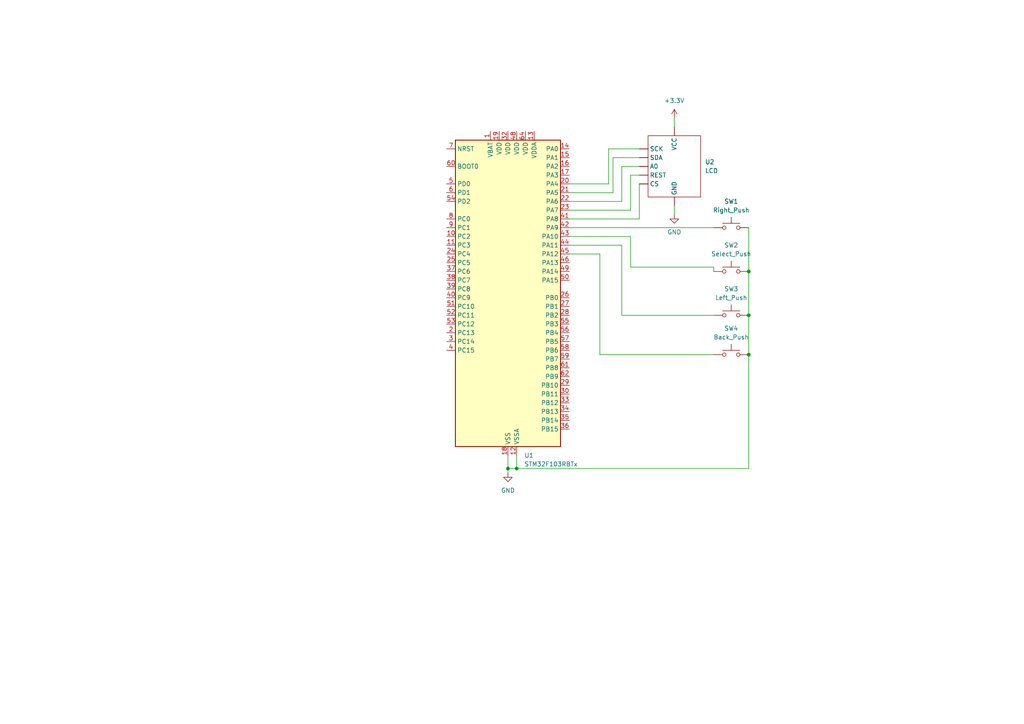
<source format=kicad_sch>
(kicad_sch (version 20230121) (generator eeschema)
  (paper "A4")
  (lib_symbols
    (symbol "Flashcards_Library:TFT_LCD_Module"
      (property "Reference" "U" (at 0 0 0))
      (property "Value" "LCD" (at 3.81 -1.27 0))
      (symbol "TFT_LCD_Module_0_1"
        (rectangle (start -6.35 7.62) (end 8.89 -10.16))
      )
      (symbol "TFT_LCD_Module_1_1"
        (pin input line (at -8.89 -1.27 0) (length 2.54) (name "A0") (number ""))
        (pin input line (at -8.89 -6.35 0) (length 2.54) (name "CS") (number ""))
        (pin power_out line (at 1.27 -12.7 90) (length 2.54) (name "GND") (number ""))
        (pin input line (at -8.89 -3.81 0) (length 2.54) (name "REST") (number ""))
        (pin input line (at -8.89 3.81 0) (length 2.54) (name "SCK") (number ""))
        (pin input line (at -8.89 1.27 0) (length 2.54) (name "SDA") (number ""))
        (pin power_in line (at 1.27 10.16 270) (length 2.54) (name "VCC") (number ""))
      )
    )
    (symbol "MCU_ST_STM32F1:STM32F103RBTx"
      (property "Reference" "U" (at -15.24 46.99 0))
      (property "Value" "STM32F103RBTx" (at 10.16 46.99 0))
      (symbol "STM32F103RBTx_0_1"
        (rectangle (start -15.24 -43.18) (end 15.24 45.72) (stroke (width 0.254)) (fill (type background)))
      )
      (symbol "STM32F103RBTx_1_1"
        (pin power_in line (at -5.08 48.26 270) (length 2.54) (name "VBAT") (number "1"))
        (pin bidirectional line (at -17.78 17.78 0) (length 2.54) (name "PC2") (number "10"))
        (pin bidirectional line (at -17.78 15.24 0) (length 2.54) (name "PC3") (number "11"))
        (pin power_in line (at 2.54 -45.72 90) (length 2.54) (name "VSSA") (number "12"))
        (pin power_in line (at 7.62 48.26 270) (length 2.54) (name "VDDA") (number "13"))
        (pin bidirectional line (at 17.78 43.18 180) (length 2.54) (name "PA0") (number "14"))
        (pin bidirectional line (at 17.78 40.64 180) (length 2.54) (name "PA1") (number "15"))
        (pin bidirectional line (at 17.78 38.1 180) (length 2.54) (name "PA2") (number "16"))
        (pin bidirectional line (at 17.78 35.56 180) (length 2.54) (name "PA3") (number "17"))
        (pin power_in line (at 0 -45.72 90) (length 2.54) (name "VSS") (number "18"))
        (pin power_in line (at -2.54 48.26 270) (length 2.54) (name "VDD") (number "19"))
        (pin bidirectional line (at -17.78 -10.16 0) (length 2.54) (name "PC13") (number "2"))
        (pin bidirectional line (at 17.78 33.02 180) (length 2.54) (name "PA4") (number "20"))
        (pin bidirectional line (at 17.78 30.48 180) (length 2.54) (name "PA5") (number "21"))
        (pin bidirectional line (at 17.78 27.94 180) (length 2.54) (name "PA6") (number "22"))
        (pin bidirectional line (at 17.78 25.4 180) (length 2.54) (name "PA7") (number "23"))
        (pin bidirectional line (at -17.78 12.7 0) (length 2.54) (name "PC4") (number "24"))
        (pin bidirectional line (at -17.78 10.16 0) (length 2.54) (name "PC5") (number "25"))
        (pin bidirectional line (at 17.78 0 180) (length 2.54) (name "PB0") (number "26"))
        (pin bidirectional line (at 17.78 -2.54 180) (length 2.54) (name "PB1") (number "27"))
        (pin bidirectional line (at 17.78 -5.08 180) (length 2.54) (name "PB2") (number "28"))
        (pin bidirectional line (at 17.78 -25.4 180) (length 2.54) (name "PB10") (number "29"))
        (pin bidirectional line (at -17.78 -12.7 0) (length 2.54) (name "PC14") (number "3"))
        (pin bidirectional line (at 17.78 -27.94 180) (length 2.54) (name "PB11") (number "30"))
        (pin passive line (at 0 -45.72 90) (length 2.54) hide (name "VSS") (number "31"))
        (pin power_in line (at 0 48.26 270) (length 2.54) (name "VDD") (number "32"))
        (pin bidirectional line (at 17.78 -30.48 180) (length 2.54) (name "PB12") (number "33"))
        (pin bidirectional line (at 17.78 -33.02 180) (length 2.54) (name "PB13") (number "34"))
        (pin bidirectional line (at 17.78 -35.56 180) (length 2.54) (name "PB14") (number "35"))
        (pin bidirectional line (at 17.78 -38.1 180) (length 2.54) (name "PB15") (number "36"))
        (pin bidirectional line (at -17.78 7.62 0) (length 2.54) (name "PC6") (number "37"))
        (pin bidirectional line (at -17.78 5.08 0) (length 2.54) (name "PC7") (number "38"))
        (pin bidirectional line (at -17.78 2.54 0) (length 2.54) (name "PC8") (number "39"))
        (pin bidirectional line (at -17.78 -15.24 0) (length 2.54) (name "PC15") (number "4"))
        (pin bidirectional line (at -17.78 0 0) (length 2.54) (name "PC9") (number "40"))
        (pin bidirectional line (at 17.78 22.86 180) (length 2.54) (name "PA8") (number "41"))
        (pin bidirectional line (at 17.78 20.32 180) (length 2.54) (name "PA9") (number "42"))
        (pin bidirectional line (at 17.78 17.78 180) (length 2.54) (name "PA10") (number "43"))
        (pin bidirectional line (at 17.78 15.24 180) (length 2.54) (name "PA11") (number "44"))
        (pin bidirectional line (at 17.78 12.7 180) (length 2.54) (name "PA12") (number "45"))
        (pin bidirectional line (at 17.78 10.16 180) (length 2.54) (name "PA13") (number "46"))
        (pin passive line (at 0 -45.72 90) (length 2.54) hide (name "VSS") (number "47"))
        (pin power_in line (at 2.54 48.26 270) (length 2.54) (name "VDD") (number "48"))
        (pin bidirectional line (at 17.78 7.62 180) (length 2.54) (name "PA14") (number "49"))
        (pin bidirectional line (at -17.78 33.02 0) (length 2.54) (name "PD0") (number "5"))
        (pin bidirectional line (at 17.78 5.08 180) (length 2.54) (name "PA15") (number "50"))
        (pin bidirectional line (at -17.78 -2.54 0) (length 2.54) (name "PC10") (number "51"))
        (pin bidirectional line (at -17.78 -5.08 0) (length 2.54) (name "PC11") (number "52"))
        (pin bidirectional line (at -17.78 -7.62 0) (length 2.54) (name "PC12") (number "53"))
        (pin bidirectional line (at -17.78 27.94 0) (length 2.54) (name "PD2") (number "54"))
        (pin bidirectional line (at 17.78 -7.62 180) (length 2.54) (name "PB3") (number "55"))
        (pin bidirectional line (at 17.78 -10.16 180) (length 2.54) (name "PB4") (number "56"))
        (pin bidirectional line (at 17.78 -12.7 180) (length 2.54) (name "PB5") (number "57"))
        (pin bidirectional line (at 17.78 -15.24 180) (length 2.54) (name "PB6") (number "58"))
        (pin bidirectional line (at 17.78 -17.78 180) (length 2.54) (name "PB7") (number "59"))
        (pin bidirectional line (at -17.78 30.48 0) (length 2.54) (name "PD1") (number "6"))
        (pin input line (at -17.78 38.1 0) (length 2.54) (name "BOOT0") (number "60"))
        (pin bidirectional line (at 17.78 -20.32 180) (length 2.54) (name "PB8") (number "61"))
        (pin bidirectional line (at 17.78 -22.86 180) (length 2.54) (name "PB9") (number "62"))
        (pin passive line (at 0 -45.72 90) (length 2.54) hide (name "VSS") (number "63"))
        (pin power_in line (at 5.08 48.26 270) (length 2.54) (name "VDD") (number "64"))
        (pin input line (at -17.78 43.18 0) (length 2.54) (name "NRST") (number "7"))
        (pin bidirectional line (at -17.78 22.86 0) (length 2.54) (name "PC0") (number "8"))
        (pin bidirectional line (at -17.78 20.32 0) (length 2.54) (name "PC1") (number "9"))
      )
    )
    (symbol "Switch:SW_Push" (pin_numbers hide) (pin_names (offset 1.016) hide)
      (property "Reference" "SW" (at 1.27 2.54 0))
      (property "Value" "SW_Push" (at 0 -1.524 0))
      (symbol "SW_Push_0_1"
        (circle (center -2.032 0) (radius 0.508))
        (polyline (pts (xy 0 1.27) (xy 0 3.048)))
        (polyline (pts (xy 2.54 1.27) (xy -2.54 1.27)))
        (circle (center 2.032 0) (radius 0.508))
        (pin passive line (at -5.08 0 0) (length 2.54) (name "1") (number "1"))
        (pin passive line (at 5.08 0 180) (length 2.54) (name "2") (number "2"))
      )
    )
    (symbol "power:+3.3V" (power) (pin_names (offset 0))
      (property "Value" "+3.3V" (at 0 3.556 0))
      (symbol "+3.3V_0_1"
        (polyline (pts (xy -0.762 1.27) (xy 0 2.54)))
        (polyline (pts (xy 0 0) (xy 0 2.54)))
        (polyline (pts (xy 0 2.54) (xy 0.762 1.27)))
      )
      (symbol "+3.3V_1_1"
        (pin power_in line (at 0 0 90) (length 0) hide (name "+3.3V") (number "1"))
      )
    )
    (symbol "power:GND" (power) (pin_names (offset 0))
      (property "Value" "GND" (at 0 -3.81 0))
      (symbol "GND_0_1"
        (polyline (pts (xy 0 0) (xy 0 -1.27) (xy 1.27 -1.27) (xy 0 -2.54) (xy -1.27 -1.27) (xy 0 -1.27)))
      )
      (symbol "GND_1_1"
        (pin power_in line (at 0 0 270) (length 0) hide (name "GND") (number "1"))
      )
    )
  )
  (junction (at 217.17 102.87))
  (junction (at 147.32 135.89))
  (junction (at 217.17 78.74))
  (junction (at 149.86 135.89))
  (junction (at 217.17 91.44))
  (wire (pts (xy 176.53 53.34) (xy 165.1 53.34)))
  (wire (pts (xy 217.17 91.44) (xy 217.17 78.74)))
  (wire (pts (xy 176.53 43.18) (xy 176.53 53.34)))
  (wire (pts (xy 149.86 135.89) (xy 147.32 135.89)))
  (wire (pts (xy 147.32 135.89) (xy 147.32 137.16)))
  (wire (pts (xy 182.88 60.96) (xy 165.1 60.96)))
  (wire (pts (xy 177.8 45.72) (xy 177.8 55.88)))
  (wire (pts (xy 149.86 135.89) (xy 217.17 135.89)))
  (wire (pts (xy 207.01 102.87) (xy 173.99 102.87)))
  (wire (pts (xy 147.32 132.08) (xy 147.32 135.89)))
  (wire (pts (xy 180.34 48.26) (xy 180.34 58.42)))
  (wire (pts (xy 180.34 58.42) (xy 165.1 58.42)))
  (wire (pts (xy 217.17 102.87) (xy 217.17 91.44)))
  (wire (pts (xy 207.01 77.47) (xy 182.88 77.47)))
  (wire (pts (xy 185.42 45.72) (xy 177.8 45.72)))
  (wire (pts (xy 165.1 68.58) (xy 182.88 68.58)))
  (wire (pts (xy 217.17 78.74) (xy 217.17 66.04)))
  (wire (pts (xy 207.01 77.47) (xy 207.01 78.74)))
  (wire (pts (xy 207.01 91.44) (xy 180.34 91.44)))
  (wire (pts (xy 185.42 48.26) (xy 180.34 48.26)))
  (wire (pts (xy 177.8 55.88) (xy 165.1 55.88)))
  (wire (pts (xy 195.58 34.29) (xy 195.58 36.83)))
  (wire (pts (xy 185.42 43.18) (xy 176.53 43.18)))
  (wire (pts (xy 165.1 71.12) (xy 180.34 71.12)))
  (wire (pts (xy 185.42 50.8) (xy 182.88 50.8)))
  (wire (pts (xy 165.1 66.04) (xy 207.01 66.04)))
  (wire (pts (xy 173.99 102.87) (xy 173.99 73.66)))
  (wire (pts (xy 173.99 73.66) (xy 165.1 73.66)))
  (wire (pts (xy 185.42 53.34) (xy 185.42 63.5)))
  (wire (pts (xy 185.42 63.5) (xy 165.1 63.5)))
  (wire (pts (xy 195.58 59.69) (xy 195.58 62.23)))
  (wire (pts (xy 182.88 50.8) (xy 182.88 60.96)))
  (wire (pts (xy 149.86 132.08) (xy 149.86 135.89)))
  (wire (pts (xy 180.34 71.12) (xy 180.34 91.44)))
  (wire (pts (xy 217.17 135.89) (xy 217.17 102.87)))
  (wire (pts (xy 182.88 77.47) (xy 182.88 68.58)))
  (symbol (lib_id "power:+3.3V") (at 195.58 34.29 0) (unit 1)
    (property "Reference" "#PWR03" (effects hide))
    (property "Value" "+3.3V" (at 195.58 29.21 0))
  )
  (symbol (lib_id "Switch:SW_Push") (at 212.09 78.74 0) (unit 1)
    (property "Reference" "SW2" (at 212.09 71.12 0))
    (property "Value" "Select_Push" (at 212.09 73.66 0))
  )
  (symbol (lib_id "MCU_ST_STM32F1:STM32F103RBTx") (at 147.32 86.36 0) (unit 1)
    (property "Reference" "U1" (at 152.0541 132.08 0) (effects (justify left)))
    (property "Value" "STM32F103RBTx" (at 152.0541 134.62 0) (effects (justify left)))
    (property "Footprint" "Package_QFP:LQFP-64_10x10mm_P0.5mm" (effects hide))
    (property "Datasheet" "https://www.st.com/resource/en/datasheet/stm32f103rb.pdf" (effects hide))
  )
  (symbol (lib_id "power:GND") (at 195.58 62.23 0) (unit 1)
    (property "Reference" "#PWR02" (effects hide))
    (property "Value" "GND" (at 195.58 67.31 0))
  )
  (symbol (lib_id "Flashcards_Library:TFT_LCD_Module") (at 194.31 46.99 0) (unit 1)
    (property "Reference" "U2" (at 204.47 46.99 0) (effects (justify left)))
    (property "Value" "LCD" (at 204.47 49.53 0) (effects (justify left)))
  )
  (symbol (lib_id "Switch:SW_Push") (at 212.09 91.44 0) (unit 1)
    (property "Reference" "SW3" (at 212.09 83.82 0))
    (property "Value" "Left_Push" (at 212.09 86.36 0))
  )
  (symbol (lib_id "Switch:SW_Push") (at 212.09 102.87 0) (unit 1)
    (property "Reference" "SW4" (at 212.09 95.25 0))
    (property "Value" "Back_Push" (at 212.09 97.79 0))
  )
  (symbol (lib_id "Switch:SW_Push") (at 212.09 66.04 0) (unit 1)
    (property "Reference" "SW1" (at 212.09 58.42 0))
    (property "Value" "Right_Push" (at 212.09 60.96 0))
  )
  (symbol (lib_id "power:GND") (at 147.32 137.16 0) (unit 1)
    (property "Reference" "#PWR01" (effects hide))
    (property "Value" "GND" (at 147.32 142.24 0))
  )
)
</source>
